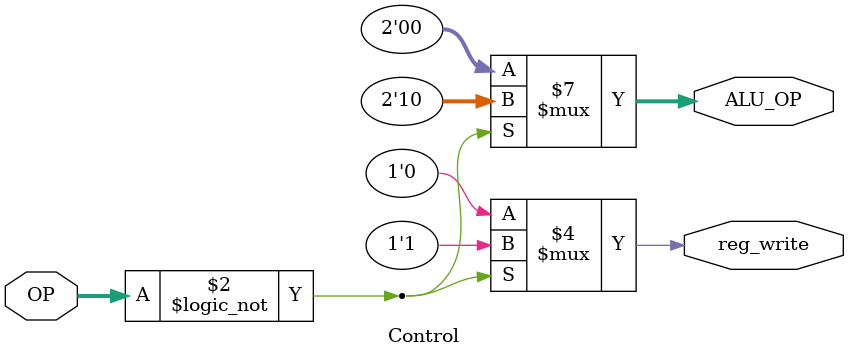
<source format=v>
module Control(OP, reg_write, ALU_OP);
    //outputs
    output reg [1:0]ALU_OP;
    output reg reg_write;
    //inputs
    input [5:0]OP;

    always@(*)begin
	//if is R type -> set ALU_OP = 10
        if(OP == 6'd0)begin
            ALU_OP <= 2'b10;
            reg_write <= 1;
        end

        else begin
            ALU_OP <= 0;
            reg_write <= 0;
        end
    end

endmodule

</source>
